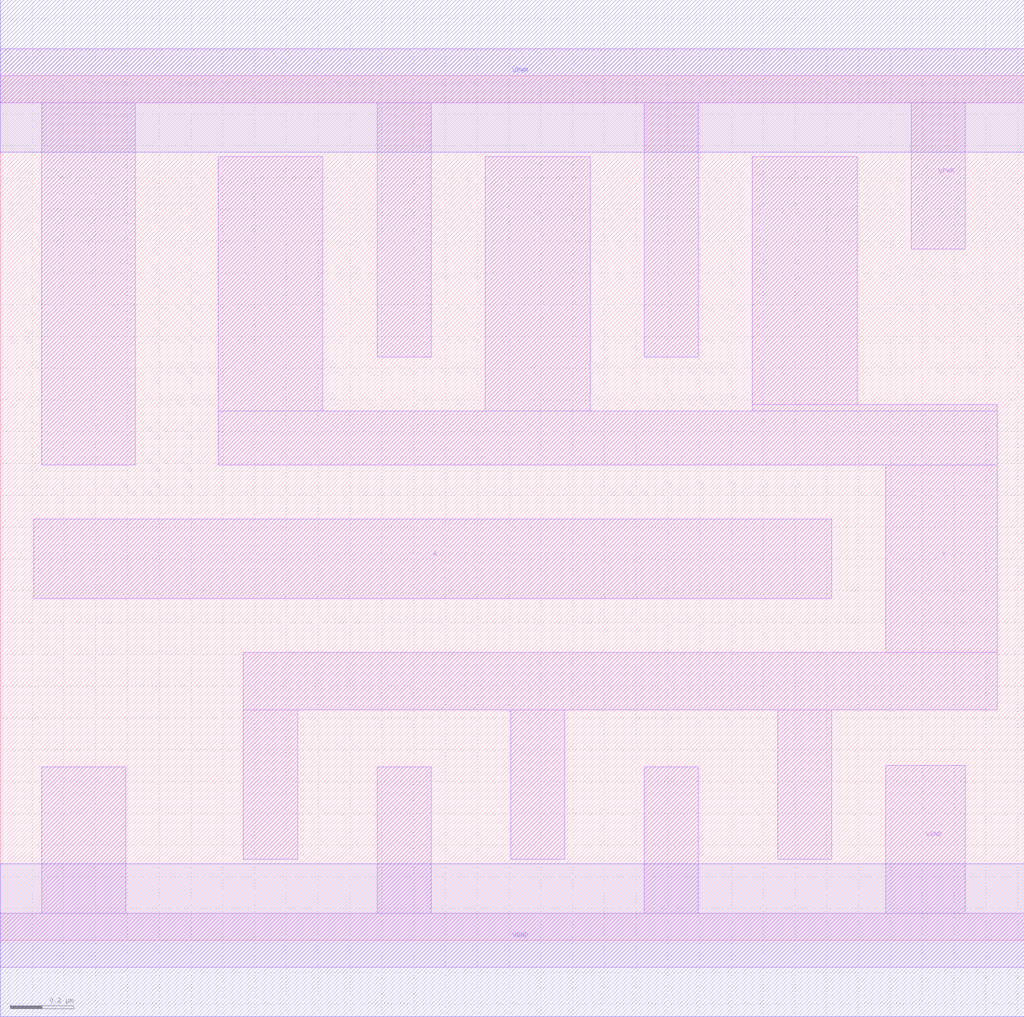
<source format=lef>
# Copyright 2020 The SkyWater PDK Authors
#
# Licensed under the Apache License, Version 2.0 (the "License");
# you may not use this file except in compliance with the License.
# You may obtain a copy of the License at
#
#     https://www.apache.org/licenses/LICENSE-2.0
#
# Unless required by applicable law or agreed to in writing, software
# distributed under the License is distributed on an "AS IS" BASIS,
# WITHOUT WARRANTIES OR CONDITIONS OF ANY KIND, either express or implied.
# See the License for the specific language governing permissions and
# limitations under the License.
#
# SPDX-License-Identifier: Apache-2.0

VERSION 5.5 ;
NAMESCASESENSITIVE ON ;
BUSBITCHARS "[]" ;
DIVIDERCHAR "/" ;
MACRO sky130_fd_sc_hd__inv_6
  CLASS CORE ;
  SOURCE USER ;
  ORIGIN  0.000000  0.000000 ;
  SIZE  3.220000 BY  2.720000 ;
  SYMMETRY X Y R90 ;
  SITE unithd ;
  PIN A
    ANTENNAGATEAREA  1.485000 ;
    DIRECTION INPUT ;
    USE SIGNAL ;
    PORT
      LAYER li1 ;
        RECT 0.105000 1.075000 2.615000 1.325000 ;
    END
  END A
  PIN Y
    ANTENNADIFFAREA  1.336500 ;
    DIRECTION OUTPUT ;
    USE SIGNAL ;
    PORT
      LAYER li1 ;
        RECT 0.685000 1.495000 3.135000 1.665000 ;
        RECT 0.685000 1.665000 1.015000 2.465000 ;
        RECT 0.765000 0.255000 0.935000 0.725000 ;
        RECT 0.765000 0.725000 3.135000 0.905000 ;
        RECT 1.525000 1.665000 1.855000 2.465000 ;
        RECT 1.605000 0.255000 1.775000 0.725000 ;
        RECT 2.365000 1.665000 3.135000 1.685000 ;
        RECT 2.365000 1.685000 2.695000 2.465000 ;
        RECT 2.445000 0.255000 2.615000 0.725000 ;
        RECT 2.785000 0.905000 3.135000 1.495000 ;
    END
  END Y
  PIN VGND
    DIRECTION INOUT ;
    SHAPE ABUTMENT ;
    USE GROUND ;
    PORT
      LAYER li1 ;
        RECT 0.000000 -0.085000 3.220000 0.085000 ;
        RECT 0.130000  0.085000 0.395000 0.545000 ;
        RECT 1.185000  0.085000 1.355000 0.545000 ;
        RECT 2.025000  0.085000 2.195000 0.545000 ;
        RECT 2.785000  0.085000 3.035000 0.550000 ;
    END
    PORT
      LAYER met1 ;
        RECT 0.000000 -0.240000 3.220000 0.240000 ;
    END
  END VGND
  PIN VPWR
    DIRECTION INOUT ;
    SHAPE ABUTMENT ;
    USE POWER ;
    PORT
      LAYER li1 ;
        RECT 0.000000 2.635000 3.220000 2.805000 ;
        RECT 0.130000 1.495000 0.425000 2.635000 ;
        RECT 1.185000 1.835000 1.355000 2.635000 ;
        RECT 2.025000 1.835000 2.195000 2.635000 ;
        RECT 2.865000 2.175000 3.035000 2.635000 ;
    END
    PORT
      LAYER met1 ;
        RECT 0.000000 2.480000 3.220000 2.960000 ;
    END
  END VPWR
  OBS
  END
END sky130_fd_sc_hd__inv_6

</source>
